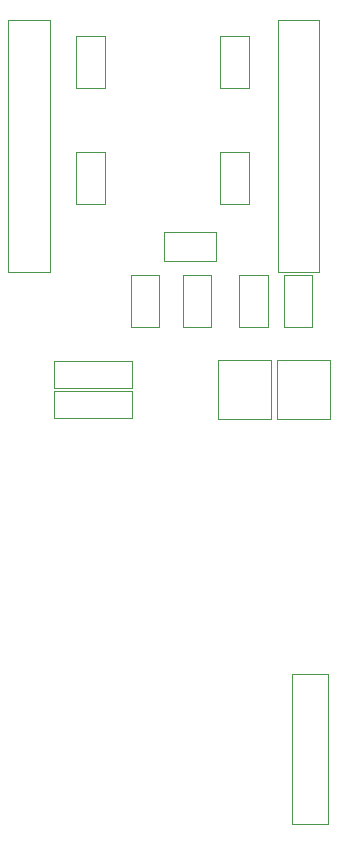
<source format=gbr>
G04 #@! TF.FileFunction,Other,User*
%FSLAX46Y46*%
G04 Gerber Fmt 4.6, Leading zero omitted, Abs format (unit mm)*
G04 Created by KiCad (PCBNEW 4.0.7-e2-6376~61~ubuntu18.04.1) date Sun Jul 15 10:10:36 2018*
%MOMM*%
%LPD*%
G01*
G04 APERTURE LIST*
%ADD10C,0.100000*%
%ADD11C,0.050000*%
G04 APERTURE END LIST*
D10*
D11*
X129410000Y-87120000D02*
X129410000Y-82120000D01*
X129410000Y-82120000D02*
X124910000Y-82120000D01*
X124910000Y-82120000D02*
X124910000Y-87120000D01*
X124910000Y-87120000D02*
X129410000Y-87120000D01*
X134410000Y-87120000D02*
X134410000Y-82120000D01*
X134410000Y-82120000D02*
X129910000Y-82120000D01*
X129910000Y-82120000D02*
X129910000Y-87120000D01*
X129910000Y-87120000D02*
X134410000Y-87120000D01*
X131210000Y-121370000D02*
X131210000Y-108720000D01*
X134210000Y-121370000D02*
X131210000Y-121370000D01*
X131210000Y-108720000D02*
X134210000Y-108720000D01*
X134210000Y-121370000D02*
X134210000Y-108720000D01*
X117610000Y-87070000D02*
X111010000Y-87070000D01*
X117610000Y-84770000D02*
X111010000Y-84770000D01*
X117610000Y-87070000D02*
X117610000Y-84770000D01*
X111010000Y-87070000D02*
X111010000Y-84770000D01*
X117610000Y-84470000D02*
X111010000Y-84470000D01*
X117610000Y-82170000D02*
X111010000Y-82170000D01*
X117610000Y-84470000D02*
X117610000Y-82170000D01*
X111010000Y-84470000D02*
X111010000Y-82170000D01*
X127510000Y-64520000D02*
X127510000Y-68920000D01*
X125110000Y-64520000D02*
X125110000Y-68920000D01*
X127510000Y-64520000D02*
X125110000Y-64520000D01*
X127510000Y-68920000D02*
X125110000Y-68920000D01*
X115310000Y-64520000D02*
X115310000Y-68920000D01*
X112910000Y-64520000D02*
X112910000Y-68920000D01*
X115310000Y-64520000D02*
X112910000Y-64520000D01*
X115310000Y-68920000D02*
X112910000Y-68920000D01*
X112910000Y-59120000D02*
X112910000Y-54720000D01*
X115310000Y-59120000D02*
X115310000Y-54720000D01*
X112910000Y-59120000D02*
X115310000Y-59120000D01*
X112910000Y-54720000D02*
X115310000Y-54720000D01*
X125110000Y-59120000D02*
X125110000Y-54720000D01*
X127510000Y-59120000D02*
X127510000Y-54720000D01*
X125110000Y-59120000D02*
X127510000Y-59120000D01*
X125110000Y-54720000D02*
X127510000Y-54720000D01*
X119910000Y-74920000D02*
X119910000Y-79320000D01*
X117510000Y-74920000D02*
X117510000Y-79320000D01*
X119910000Y-74920000D02*
X117510000Y-74920000D01*
X119910000Y-79320000D02*
X117510000Y-79320000D01*
X126710000Y-79320000D02*
X126710000Y-74920000D01*
X129110000Y-79320000D02*
X129110000Y-74920000D01*
X126710000Y-79320000D02*
X129110000Y-79320000D01*
X126710000Y-74920000D02*
X129110000Y-74920000D01*
X130510000Y-79320000D02*
X130510000Y-74920000D01*
X132910000Y-79320000D02*
X132910000Y-74920000D01*
X130510000Y-79320000D02*
X132910000Y-79320000D01*
X130510000Y-74920000D02*
X132910000Y-74920000D01*
X121910000Y-79320000D02*
X121910000Y-74920000D01*
X124310000Y-79320000D02*
X124310000Y-74920000D01*
X121910000Y-79320000D02*
X124310000Y-79320000D01*
X121910000Y-74920000D02*
X124310000Y-74920000D01*
X120310000Y-71320000D02*
X124710000Y-71320000D01*
X120310000Y-73720000D02*
X124710000Y-73720000D01*
X120310000Y-71320000D02*
X120310000Y-73720000D01*
X124710000Y-71320000D02*
X124710000Y-73720000D01*
X129960000Y-53370000D02*
X129960000Y-74670000D01*
X133460000Y-53370000D02*
X133460000Y-74670000D01*
X129960000Y-53370000D02*
X133460000Y-53370000D01*
X129960000Y-74670000D02*
X133460000Y-74670000D01*
X110660000Y-74670000D02*
X110660000Y-53370000D01*
X107160000Y-74670000D02*
X107160000Y-53370000D01*
X110660000Y-74670000D02*
X107160000Y-74670000D01*
X110660000Y-53370000D02*
X107160000Y-53370000D01*
M02*

</source>
